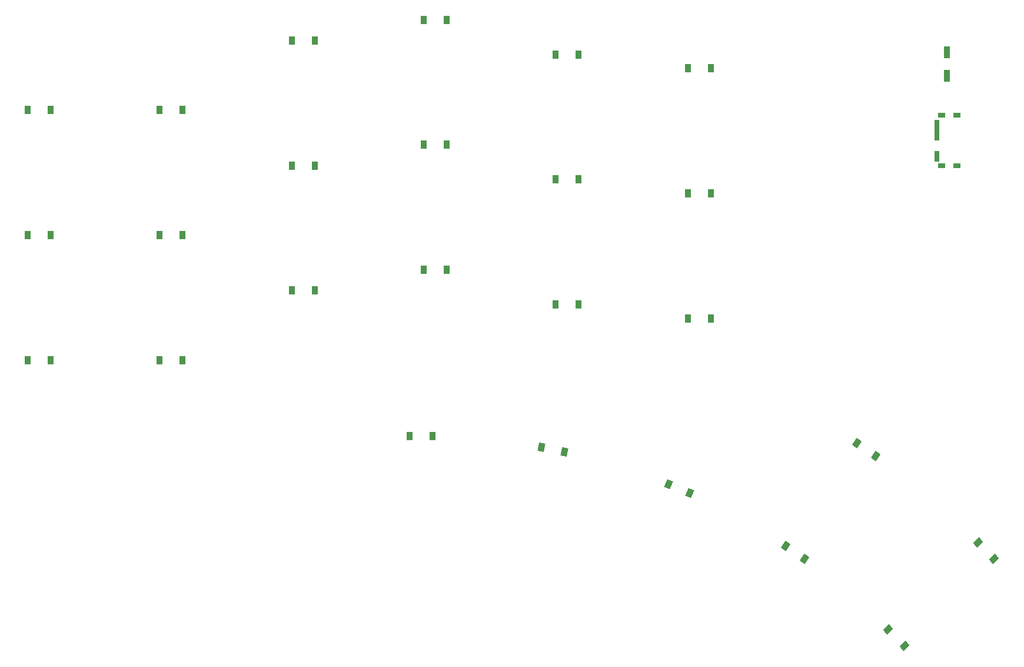
<source format=gbr>
%TF.GenerationSoftware,KiCad,Pcbnew,7.0.2-6a45011f42~172~ubuntu22.04.1*%
%TF.CreationDate,2023-05-10T23:38:50+02:00*%
%TF.ProjectId,keyboard,6b657962-6f61-4726-942e-6b696361645f,v1.0.0*%
%TF.SameCoordinates,Original*%
%TF.FileFunction,Paste,Top*%
%TF.FilePolarity,Positive*%
%FSLAX46Y46*%
G04 Gerber Fmt 4.6, Leading zero omitted, Abs format (unit mm)*
G04 Created by KiCad (PCBNEW 7.0.2-6a45011f42~172~ubuntu22.04.1) date 2023-05-10 23:38:50*
%MOMM*%
%LPD*%
G01*
G04 APERTURE LIST*
G04 Aperture macros list*
%AMRotRect*
0 Rectangle, with rotation*
0 The origin of the aperture is its center*
0 $1 length*
0 $2 width*
0 $3 Rotation angle, in degrees counterclockwise*
0 Add horizontal line*
21,1,$1,$2,0,0,$3*%
G04 Aperture macros list end*
%ADD10R,0.900000X1.200000*%
%ADD11RotRect,0.900000X1.200000X337.000000*%
%ADD12RotRect,0.900000X1.200000X314.000000*%
%ADD13RotRect,0.900000X1.200000X325.500000*%
%ADD14R,1.000000X0.800000*%
%ADD15R,0.700000X1.500000*%
%ADD16R,0.900000X1.700000*%
%ADD17RotRect,0.900000X1.200000X348.500000*%
G04 APERTURE END LIST*
D10*
%TO.C,D1*%
X98350000Y-105000000D03*
X101650000Y-105000000D03*
%TD*%
%TO.C,D7*%
X136350000Y-95000000D03*
X139650000Y-95000000D03*
%TD*%
%TO.C,D14*%
X174350000Y-79000000D03*
X177650000Y-79000000D03*
%TD*%
D11*
%TO.C,D21*%
X190600624Y-122907333D03*
X193638290Y-124196745D03*
%TD*%
D12*
%TO.C,D24*%
X222191095Y-143820544D03*
X224483467Y-146194366D03*
%TD*%
D10*
%TO.C,D9*%
X136350000Y-59000000D03*
X139650000Y-59000000D03*
%TD*%
%TO.C,D3*%
X98350000Y-69000000D03*
X101650000Y-69000000D03*
%TD*%
D13*
%TO.C,D23*%
X217644097Y-116939171D03*
X220363713Y-118808311D03*
%TD*%
D10*
%TO.C,D13*%
X174350000Y-97000000D03*
X177650000Y-97000000D03*
%TD*%
%TO.C,D19*%
X153350000Y-116000000D03*
X156650000Y-116000000D03*
%TD*%
D14*
%TO.C,*%
X229870000Y-77050000D03*
X232080000Y-77050000D03*
X229870000Y-69750000D03*
X232080000Y-69750000D03*
D15*
X229220000Y-75650000D03*
X229220000Y-72650000D03*
X229220000Y-71150000D03*
%TD*%
D16*
%TO.C,*%
X230650000Y-60700000D03*
X230650000Y-64100000D03*
%TD*%
D17*
%TO.C,D20*%
X172323078Y-117578196D03*
X175556830Y-118236110D03*
%TD*%
D10*
%TO.C,D10*%
X155350000Y-92000000D03*
X158650000Y-92000000D03*
%TD*%
%TO.C,D17*%
X193350000Y-81000000D03*
X196650000Y-81000000D03*
%TD*%
%TO.C,D2*%
X98350000Y-87000000D03*
X101650000Y-87000000D03*
%TD*%
%TO.C,D8*%
X136350000Y-77000000D03*
X139650000Y-77000000D03*
%TD*%
%TO.C,D5*%
X117350000Y-87000000D03*
X120650000Y-87000000D03*
%TD*%
%TO.C,D11*%
X155350000Y-74000000D03*
X158650000Y-74000000D03*
%TD*%
%TO.C,D16*%
X193350000Y-99000000D03*
X196650000Y-99000000D03*
%TD*%
D12*
%TO.C,D25*%
X235139211Y-131316693D03*
X237431583Y-133690515D03*
%TD*%
D10*
%TO.C,D12*%
X155350000Y-56000000D03*
X158650000Y-56000000D03*
%TD*%
%TO.C,D18*%
X193350000Y-63000000D03*
X196650000Y-63000000D03*
%TD*%
%TO.C,D6*%
X117350000Y-69000000D03*
X120650000Y-69000000D03*
%TD*%
D13*
%TO.C,D22*%
X207448785Y-131773442D03*
X210168401Y-133642582D03*
%TD*%
D10*
%TO.C,D4*%
X117350000Y-105000000D03*
X120650000Y-105000000D03*
%TD*%
%TO.C,D15*%
X174350000Y-61000000D03*
X177650000Y-61000000D03*
%TD*%
M02*

</source>
